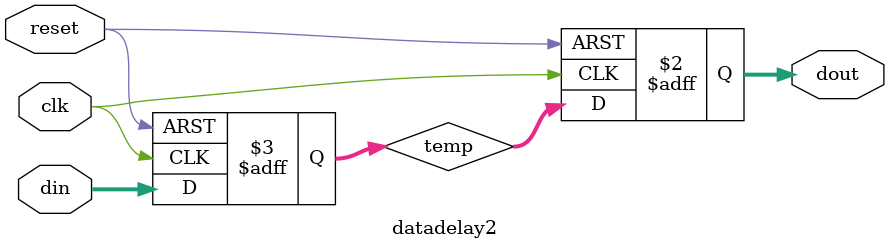
<source format=v>
`timescale 1ns / 1ps


module datadelay2(
       input clk,
       input signed[15:0] din,
       output reg signed[15:0] dout,
       input reset
    );
    reg signed[15:0] temp;
    always@(posedge clk or posedge reset)
    begin
    if(reset)
    begin
      temp<=0;
      dout<=0;
    end
    else
    begin
     temp<=din;
     dout<=temp;
     end
    end
endmodule

</source>
